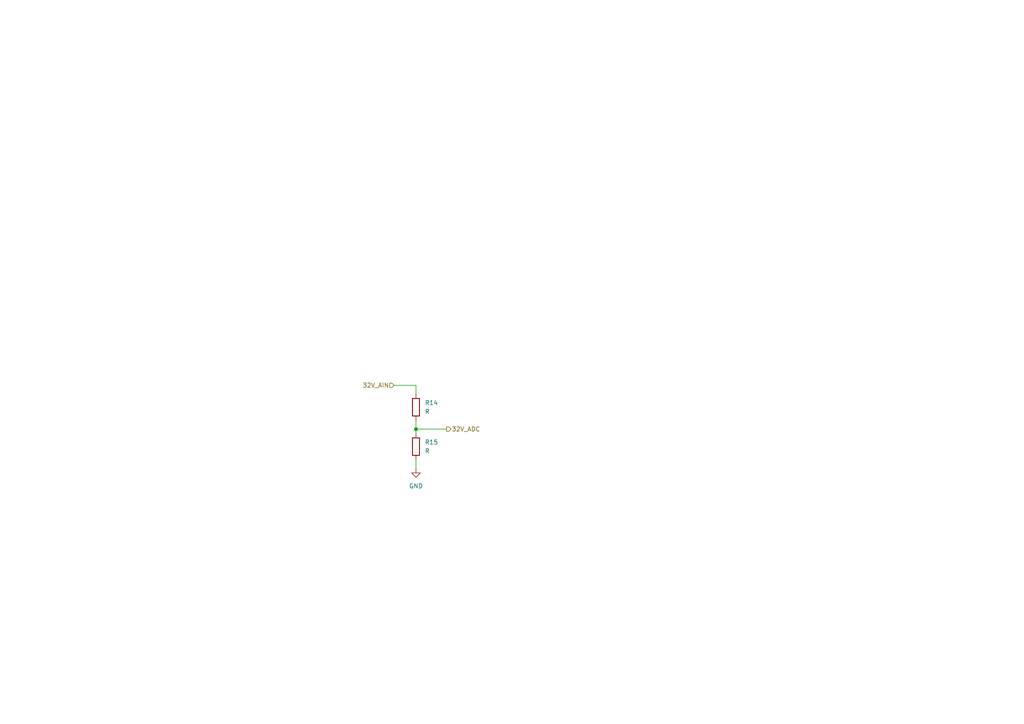
<source format=kicad_sch>
(kicad_sch (version 20250114) (generator "eeschema") (generator_version "9.0")
  (paper "A4")
  (lib_symbols
    (symbol "Device:R" (pin_numbers (hide yes)) (pin_names (offset 0))
      (property "Reference" "R" (at 2.032 0 90))
      (property "Value" "R" (at 0 0 90))
      (symbol "R_0_1"
        (rectangle (start -1.016 -2.54) (end 1.016 2.54) (stroke (width 0.254)))
      )
      (symbol "R_1_1"
        (pin passive line (at 0 3.81 270) (length 1.27) (name "~") (number "1"))
        (pin passive line (at 0 -3.81 90) (length 1.27) (name "~") (number "2"))
      )
    )
    (symbol "power:GND" (power) (pin_numbers (hide yes)) (pin_names (offset 0) (hide yes))
      (property "Value" "GND" (at 0 -3.81 0))
      (symbol "GND_0_1"
        (polyline (pts (xy 0 0) (xy 0 -1.27) (xy 1.27 -1.27) (xy 0 -2.54) (xy -1.27 -1.27) (xy 0 -1.27)))
      )
      (symbol "GND_1_1"
        (pin power_in line (at 0 0 270) (length 0) (name "~") (number "1"))
      )
    )
  )
  (junction (at 120.65 124.46))
  (wire (pts (xy 120.65 124.46) (xy 120.65 125.73)))
  (wire (pts (xy 120.65 133.35) (xy 120.65 135.89)))
  (wire (pts (xy 120.65 121.92) (xy 120.65 124.46)))
  (wire (pts (xy 120.65 124.46) (xy 129.54 124.46)))
  (wire (pts (xy 120.65 111.76) (xy 120.65 114.3)))
  (wire (pts (xy 114.3 111.76) (xy 120.65 111.76)))
  (hierarchical_label "32V_ADC" (shape output) (at 129.54 124.46 0))
  (hierarchical_label "32V_AIN" (shape input) (at 114.3 111.76 180))
  (symbol (lib_id "Device:R") (at 120.65 129.54 0) (unit 1)
    (property "Reference" "R15" (at 123.19 128.2699 0) (effects (justify left)))
    (property "Value" "R" (at 123.19 130.8099 0) (effects (justify left)))
    (property "Description" "Resistor" (effects (hide yes)))
  )
  (symbol (lib_id "power:GND") (at 120.65 135.89 0) (unit 1)
    (property "Reference" "#PWR038" (effects (hide yes)))
    (property "Value" "GND" (at 120.65 140.97 0))
    (property "Description" "Power symbol creates a global label with name \"GND\" , ground" (effects (hide yes)))
  )
  (symbol (lib_id "Device:R") (at 120.65 118.11 0) (unit 1)
    (property "Reference" "R14" (at 123.19 116.8399 0) (effects (justify left)))
    (property "Value" "R" (at 123.19 119.3799 0) (effects (justify left)))
    (property "Description" "Resistor" (effects (hide yes)))
  )
)
</source>
